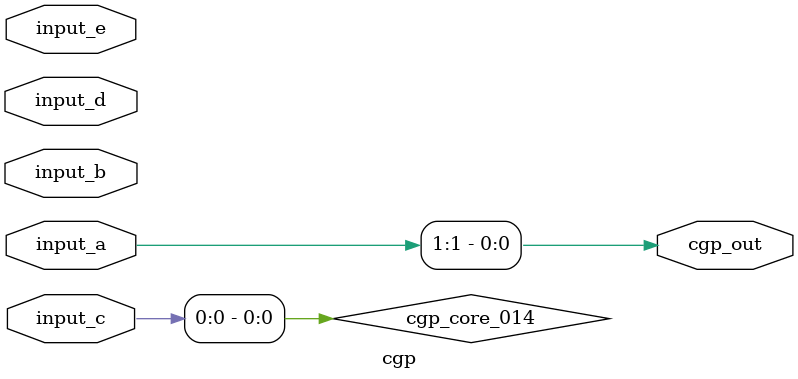
<source format=v>
module cgp(input [1:0] input_a, input [1:0] input_b, input [1:0] input_c, input [1:0] input_d, input [1:0] input_e, output [0:0] cgp_out);
  wire cgp_core_013;
  wire cgp_core_014;
  wire cgp_core_016;
  wire cgp_core_017;
  wire cgp_core_020;
  wire cgp_core_022;
  wire cgp_core_023;
  wire cgp_core_024;
  wire cgp_core_025;
  wire cgp_core_026;
  wire cgp_core_029;
  wire cgp_core_032;
  wire cgp_core_035_not;
  wire cgp_core_036;
  wire cgp_core_037;
  wire cgp_core_039;
  wire cgp_core_040;
  wire cgp_core_042;
  wire cgp_core_043;
  wire cgp_core_045;
  wire cgp_core_046;
  wire cgp_core_047;
  wire cgp_core_048;
  wire cgp_core_051;
  wire cgp_core_052_not;
  wire cgp_core_053;

  assign cgp_core_013 = input_b[1] | input_c[1];
  assign cgp_core_014 = input_c[0] & input_c[0];
  assign cgp_core_016 = input_b[0] & input_e[1];
  assign cgp_core_017 = ~(input_a[0] | input_e[1]);
  assign cgp_core_020 = input_a[0] & input_c[1];
  assign cgp_core_022 = ~(input_b[0] & cgp_core_016);
  assign cgp_core_023 = ~(input_a[0] ^ input_b[1]);
  assign cgp_core_024 = input_a[0] | input_b[0];
  assign cgp_core_025 = cgp_core_022 & input_e[0];
  assign cgp_core_026 = input_a[0] ^ cgp_core_025;
  assign cgp_core_029 = input_c[1] & input_a[0];
  assign cgp_core_032 = ~input_b[0];
  assign cgp_core_035_not = ~input_a[0];
  assign cgp_core_036 = input_c[0] & input_d[0];
  assign cgp_core_037 = ~(input_b[1] ^ input_c[1]);
  assign cgp_core_039 = ~(input_d[1] ^ input_a[1]);
  assign cgp_core_040 = ~(input_a[1] & input_c[1]);
  assign cgp_core_042 = ~(input_c[0] | input_c[1]);
  assign cgp_core_043 = ~cgp_core_042;
  assign cgp_core_045 = ~(input_d[1] | input_c[1]);
  assign cgp_core_046 = ~input_b[1];
  assign cgp_core_047 = input_b[1] & input_a[0];
  assign cgp_core_048 = input_c[0] | cgp_core_045;
  assign cgp_core_051 = ~(input_a[1] ^ input_e[1]);
  assign cgp_core_052_not = ~input_b[1];
  assign cgp_core_053 = input_a[0] | input_c[0];

  assign cgp_out[0] = input_a[1];
endmodule
</source>
